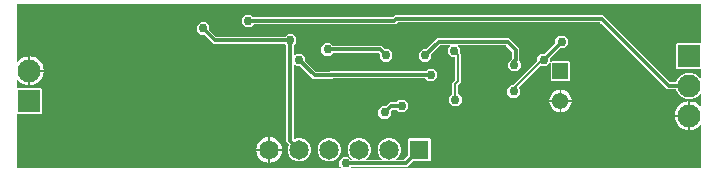
<source format=gbr>
G04 EAGLE Gerber RS-274X export*
G75*
%MOMM*%
%FSLAX34Y34*%
%LPD*%
%INBottom Copper*%
%IPPOS*%
%AMOC8*
5,1,8,0,0,1.08239X$1,22.5*%
G01*
%ADD10C,1.650000*%
%ADD11R,1.650000X1.650000*%
%ADD12C,1.378000*%
%ADD13R,1.378000X1.378000*%
%ADD14R,1.950000X1.950000*%
%ADD15C,1.950000*%
%ADD16C,0.756400*%
%ADD17C,0.203200*%
%ADD18C,0.304800*%

G36*
X283702Y10167D02*
X283702Y10167D01*
X283727Y10164D01*
X283785Y10186D01*
X283845Y10200D01*
X283865Y10217D01*
X283889Y10226D01*
X283931Y10271D01*
X283979Y10310D01*
X283989Y10334D01*
X284007Y10353D01*
X284024Y10412D01*
X284050Y10469D01*
X284049Y10494D01*
X284056Y10519D01*
X284045Y10580D01*
X284043Y10642D01*
X284031Y10664D01*
X284026Y10690D01*
X283978Y10761D01*
X283960Y10794D01*
X283952Y10800D01*
X283945Y10810D01*
X282983Y11772D01*
X282983Y16168D01*
X286092Y19277D01*
X290488Y19277D01*
X292635Y17130D01*
X292699Y17090D01*
X292761Y17046D01*
X292773Y17044D01*
X292782Y17039D01*
X292819Y17035D01*
X292904Y17019D01*
X293360Y17019D01*
X293385Y17025D01*
X293411Y17022D01*
X293468Y17044D01*
X293528Y17058D01*
X293548Y17075D01*
X293572Y17084D01*
X293614Y17129D01*
X293662Y17168D01*
X293673Y17192D01*
X293690Y17211D01*
X293708Y17270D01*
X293733Y17327D01*
X293732Y17352D01*
X293739Y17377D01*
X293729Y17438D01*
X293726Y17500D01*
X293714Y17522D01*
X293710Y17548D01*
X293661Y17619D01*
X293644Y17652D01*
X293636Y17658D01*
X293629Y17668D01*
X291433Y19863D01*
X289945Y23456D01*
X289945Y27344D01*
X291433Y30937D01*
X294183Y33687D01*
X297776Y35175D01*
X301664Y35175D01*
X305257Y33687D01*
X308007Y30937D01*
X309495Y27344D01*
X309495Y23456D01*
X308007Y19863D01*
X305811Y17668D01*
X305798Y17646D01*
X305778Y17630D01*
X305753Y17573D01*
X305720Y17521D01*
X305718Y17495D01*
X305707Y17471D01*
X305709Y17410D01*
X305703Y17348D01*
X305713Y17324D01*
X305714Y17298D01*
X305743Y17244D01*
X305765Y17186D01*
X305784Y17169D01*
X305796Y17146D01*
X305847Y17111D01*
X305892Y17069D01*
X305917Y17061D01*
X305938Y17046D01*
X306023Y17030D01*
X306058Y17019D01*
X306068Y17021D01*
X306080Y17019D01*
X318760Y17019D01*
X318785Y17025D01*
X318811Y17022D01*
X318868Y17044D01*
X318928Y17058D01*
X318948Y17075D01*
X318972Y17084D01*
X319014Y17129D01*
X319062Y17168D01*
X319073Y17192D01*
X319090Y17211D01*
X319108Y17270D01*
X319133Y17327D01*
X319132Y17352D01*
X319139Y17377D01*
X319129Y17438D01*
X319126Y17500D01*
X319114Y17522D01*
X319110Y17548D01*
X319061Y17619D01*
X319044Y17652D01*
X319036Y17658D01*
X319029Y17668D01*
X316833Y19863D01*
X315345Y23456D01*
X315345Y27344D01*
X316833Y30937D01*
X319583Y33687D01*
X323176Y35175D01*
X327064Y35175D01*
X330657Y33687D01*
X333407Y30937D01*
X334895Y27344D01*
X334895Y23456D01*
X333407Y19863D01*
X331211Y17668D01*
X331198Y17646D01*
X331178Y17630D01*
X331153Y17573D01*
X331120Y17521D01*
X331118Y17495D01*
X331107Y17471D01*
X331109Y17410D01*
X331103Y17348D01*
X331113Y17324D01*
X331114Y17298D01*
X331143Y17244D01*
X331165Y17186D01*
X331184Y17169D01*
X331196Y17146D01*
X331247Y17111D01*
X331292Y17069D01*
X331317Y17061D01*
X331338Y17046D01*
X331423Y17030D01*
X331458Y17019D01*
X331468Y17021D01*
X331480Y17019D01*
X337670Y17019D01*
X337744Y17036D01*
X337818Y17049D01*
X337829Y17056D01*
X337838Y17058D01*
X337867Y17082D01*
X337939Y17130D01*
X340634Y19825D01*
X340674Y19890D01*
X340718Y19952D01*
X340720Y19964D01*
X340725Y19973D01*
X340729Y20010D01*
X340745Y20094D01*
X340745Y34282D01*
X341638Y35175D01*
X359402Y35175D01*
X360295Y34282D01*
X360295Y16518D01*
X359402Y15625D01*
X345214Y15625D01*
X345140Y15608D01*
X345066Y15595D01*
X345055Y15588D01*
X345046Y15586D01*
X345017Y15562D01*
X344945Y15514D01*
X340353Y10921D01*
X292904Y10921D01*
X292889Y10918D01*
X292873Y10920D01*
X292742Y10883D01*
X292735Y10882D01*
X292734Y10881D01*
X292671Y10829D01*
X292601Y10772D01*
X292601Y10771D01*
X292600Y10770D01*
X292567Y10695D01*
X292530Y10613D01*
X292530Y10612D01*
X292534Y10527D01*
X292537Y10440D01*
X292537Y10439D01*
X292578Y10364D01*
X292620Y10288D01*
X292621Y10287D01*
X292693Y10236D01*
X292761Y10188D01*
X292762Y10188D01*
X292763Y10188D01*
X292770Y10187D01*
X292904Y10161D01*
X588699Y10161D01*
X588749Y10172D01*
X588800Y10174D01*
X588832Y10192D01*
X588868Y10200D01*
X588907Y10233D01*
X588952Y10257D01*
X588973Y10287D01*
X589001Y10310D01*
X589022Y10357D01*
X589052Y10399D01*
X589060Y10441D01*
X589072Y10469D01*
X589071Y10499D01*
X589079Y10541D01*
X589079Y45889D01*
X589073Y45914D01*
X589076Y45939D01*
X589054Y45997D01*
X589040Y46057D01*
X589023Y46077D01*
X589014Y46101D01*
X588969Y46143D01*
X588930Y46191D01*
X588906Y46201D01*
X588887Y46219D01*
X588828Y46237D01*
X588771Y46262D01*
X588746Y46261D01*
X588721Y46268D01*
X588660Y46258D01*
X588598Y46255D01*
X588576Y46243D01*
X588550Y46238D01*
X588479Y46190D01*
X588446Y46172D01*
X588440Y46164D01*
X588430Y46157D01*
X587127Y44854D01*
X585562Y43717D01*
X583838Y42839D01*
X581998Y42241D01*
X580087Y41938D01*
X579881Y41938D01*
X579881Y53848D01*
X579870Y53898D01*
X579868Y53949D01*
X579850Y53981D01*
X579842Y54017D01*
X579809Y54056D01*
X579785Y54101D01*
X579755Y54122D01*
X579732Y54150D01*
X579685Y54171D01*
X579643Y54200D01*
X579601Y54209D01*
X579573Y54221D01*
X579543Y54220D01*
X579501Y54228D01*
X579119Y54228D01*
X579119Y54230D01*
X579501Y54230D01*
X579551Y54242D01*
X579602Y54243D01*
X579634Y54261D01*
X579670Y54269D01*
X579709Y54302D01*
X579754Y54326D01*
X579775Y54356D01*
X579803Y54380D01*
X579824Y54426D01*
X579854Y54468D01*
X579862Y54510D01*
X579874Y54538D01*
X579873Y54568D01*
X579881Y54610D01*
X579881Y66520D01*
X580087Y66520D01*
X581998Y66217D01*
X583838Y65619D01*
X585562Y64741D01*
X587127Y63604D01*
X588430Y62301D01*
X588452Y62287D01*
X588468Y62267D01*
X588525Y62242D01*
X588577Y62209D01*
X588603Y62207D01*
X588627Y62196D01*
X588688Y62199D01*
X588750Y62193D01*
X588774Y62202D01*
X588800Y62203D01*
X588854Y62232D01*
X588912Y62254D01*
X588929Y62273D01*
X588952Y62286D01*
X588987Y62336D01*
X589029Y62381D01*
X589037Y62406D01*
X589052Y62427D01*
X589068Y62512D01*
X589079Y62548D01*
X589077Y62557D01*
X589079Y62569D01*
X589079Y72725D01*
X589073Y72751D01*
X589076Y72776D01*
X589054Y72834D01*
X589040Y72894D01*
X589023Y72914D01*
X589014Y72938D01*
X588969Y72980D01*
X588930Y73028D01*
X588906Y73038D01*
X588887Y73056D01*
X588828Y73073D01*
X588771Y73099D01*
X588746Y73098D01*
X588721Y73105D01*
X588660Y73094D01*
X588598Y73092D01*
X588576Y73080D01*
X588550Y73075D01*
X588479Y73027D01*
X588446Y73009D01*
X588440Y73001D01*
X588430Y72994D01*
X585507Y70071D01*
X581363Y68354D01*
X576877Y68354D01*
X572733Y70071D01*
X569562Y73242D01*
X568276Y76346D01*
X568239Y76397D01*
X568209Y76453D01*
X568189Y76467D01*
X568175Y76486D01*
X568119Y76516D01*
X568067Y76553D01*
X568041Y76558D01*
X568022Y76568D01*
X567985Y76569D01*
X567925Y76580D01*
X560458Y76580D01*
X503829Y133210D01*
X503764Y133250D01*
X503702Y133294D01*
X503690Y133296D01*
X503681Y133301D01*
X503644Y133305D01*
X503560Y133321D01*
X332601Y133321D01*
X332527Y133304D01*
X332452Y133291D01*
X332442Y133284D01*
X332432Y133282D01*
X332404Y133258D01*
X332332Y133210D01*
X330694Y131571D01*
X210354Y131571D01*
X210280Y131554D01*
X210205Y131541D01*
X210195Y131534D01*
X210185Y131532D01*
X210156Y131508D01*
X210085Y131460D01*
X207938Y129313D01*
X203542Y129313D01*
X200433Y132422D01*
X200433Y136818D01*
X203542Y139927D01*
X207938Y139927D01*
X210085Y137780D01*
X210149Y137740D01*
X210211Y137696D01*
X210223Y137694D01*
X210232Y137689D01*
X210269Y137685D01*
X210354Y137669D01*
X328011Y137669D01*
X328085Y137686D01*
X328159Y137699D01*
X328169Y137706D01*
X328179Y137708D01*
X328208Y137732D01*
X328279Y137780D01*
X329918Y139419D01*
X506243Y139419D01*
X562872Y82789D01*
X562937Y82749D01*
X562999Y82705D01*
X563011Y82703D01*
X563020Y82698D01*
X563057Y82694D01*
X563141Y82678D01*
X567925Y82678D01*
X567987Y82692D01*
X568050Y82699D01*
X568070Y82712D01*
X568094Y82717D01*
X568143Y82758D01*
X568196Y82792D01*
X568211Y82814D01*
X568227Y82827D01*
X568243Y82862D01*
X568276Y82912D01*
X569562Y86016D01*
X572733Y89187D01*
X576877Y90904D01*
X581363Y90904D01*
X585507Y89187D01*
X588430Y86264D01*
X588452Y86250D01*
X588468Y86230D01*
X588525Y86205D01*
X588577Y86172D01*
X588603Y86170D01*
X588627Y86159D01*
X588688Y86162D01*
X588750Y86156D01*
X588774Y86165D01*
X588800Y86166D01*
X588854Y86195D01*
X588912Y86217D01*
X588929Y86236D01*
X588952Y86249D01*
X588987Y86299D01*
X589029Y86344D01*
X589037Y86369D01*
X589052Y86390D01*
X589068Y86475D01*
X589079Y86511D01*
X589077Y86521D01*
X589079Y86533D01*
X589079Y93374D01*
X589068Y93424D01*
X589066Y93475D01*
X589048Y93507D01*
X589040Y93543D01*
X589007Y93582D01*
X588983Y93627D01*
X588953Y93648D01*
X588930Y93676D01*
X588883Y93697D01*
X588841Y93727D01*
X588799Y93735D01*
X588771Y93747D01*
X588741Y93746D01*
X588699Y93754D01*
X568738Y93754D01*
X567845Y94647D01*
X567845Y115411D01*
X568738Y116304D01*
X588699Y116304D01*
X588749Y116315D01*
X588800Y116317D01*
X588832Y116335D01*
X588868Y116343D01*
X588907Y116376D01*
X588952Y116400D01*
X588973Y116430D01*
X589001Y116453D01*
X589022Y116500D01*
X589052Y116542D01*
X589060Y116584D01*
X589072Y116612D01*
X589071Y116642D01*
X589079Y116684D01*
X589079Y148719D01*
X589068Y148769D01*
X589066Y148820D01*
X589048Y148852D01*
X589040Y148888D01*
X589007Y148927D01*
X588983Y148972D01*
X588953Y148993D01*
X588930Y149021D01*
X588883Y149042D01*
X588841Y149072D01*
X588799Y149080D01*
X588771Y149092D01*
X588741Y149091D01*
X588699Y149099D01*
X10541Y149099D01*
X10491Y149088D01*
X10440Y149086D01*
X10408Y149068D01*
X10372Y149060D01*
X10333Y149027D01*
X10288Y149003D01*
X10267Y148973D01*
X10239Y148950D01*
X10218Y148903D01*
X10188Y148861D01*
X10180Y148819D01*
X10168Y148791D01*
X10169Y148761D01*
X10161Y148719D01*
X10161Y100426D01*
X10173Y100373D01*
X10177Y100317D01*
X10193Y100289D01*
X10200Y100258D01*
X10235Y100215D01*
X10263Y100167D01*
X10290Y100149D01*
X10310Y100124D01*
X10361Y100101D01*
X10407Y100071D01*
X10439Y100066D01*
X10469Y100053D01*
X10524Y100055D01*
X10579Y100048D01*
X10609Y100059D01*
X10642Y100060D01*
X10690Y100086D01*
X10743Y100104D01*
X10770Y100129D01*
X10794Y100143D01*
X10813Y100170D01*
X10849Y100203D01*
X10945Y100336D01*
X12313Y101704D01*
X13878Y102841D01*
X15602Y103719D01*
X17442Y104317D01*
X19353Y104620D01*
X19559Y104620D01*
X19559Y92710D01*
X19570Y92660D01*
X19572Y92609D01*
X19590Y92577D01*
X19598Y92541D01*
X19631Y92502D01*
X19655Y92457D01*
X19685Y92436D01*
X19708Y92408D01*
X19755Y92387D01*
X19797Y92358D01*
X19839Y92349D01*
X19867Y92337D01*
X19897Y92338D01*
X19939Y92330D01*
X20321Y92330D01*
X20321Y92328D01*
X19939Y92328D01*
X19889Y92316D01*
X19838Y92315D01*
X19806Y92297D01*
X19770Y92289D01*
X19731Y92256D01*
X19686Y92232D01*
X19665Y92202D01*
X19637Y92178D01*
X19616Y92132D01*
X19586Y92090D01*
X19578Y92048D01*
X19566Y92020D01*
X19567Y91990D01*
X19567Y91989D01*
X19566Y91987D01*
X19566Y91984D01*
X19559Y91948D01*
X19559Y80038D01*
X19353Y80038D01*
X17442Y80341D01*
X15602Y80939D01*
X13878Y81817D01*
X12313Y82954D01*
X10945Y84322D01*
X10849Y84455D01*
X10807Y84491D01*
X10772Y84534D01*
X10742Y84547D01*
X10718Y84568D01*
X10664Y84582D01*
X10613Y84605D01*
X10581Y84604D01*
X10550Y84612D01*
X10496Y84600D01*
X10440Y84598D01*
X10412Y84583D01*
X10380Y84576D01*
X10337Y84542D01*
X10288Y84515D01*
X10269Y84489D01*
X10244Y84469D01*
X10220Y84419D01*
X10188Y84374D01*
X10181Y84337D01*
X10169Y84313D01*
X10170Y84279D01*
X10161Y84232D01*
X10161Y78584D01*
X10172Y78534D01*
X10174Y78483D01*
X10192Y78451D01*
X10200Y78415D01*
X10233Y78376D01*
X10257Y78331D01*
X10287Y78310D01*
X10310Y78282D01*
X10357Y78261D01*
X10399Y78231D01*
X10441Y78223D01*
X10469Y78211D01*
X10499Y78212D01*
X10541Y78204D01*
X30702Y78204D01*
X31595Y77311D01*
X31595Y56547D01*
X30702Y55654D01*
X10541Y55654D01*
X10491Y55643D01*
X10440Y55641D01*
X10408Y55623D01*
X10372Y55615D01*
X10333Y55582D01*
X10288Y55558D01*
X10267Y55528D01*
X10239Y55505D01*
X10218Y55458D01*
X10188Y55416D01*
X10180Y55374D01*
X10168Y55346D01*
X10169Y55316D01*
X10161Y55274D01*
X10161Y10541D01*
X10172Y10491D01*
X10174Y10440D01*
X10192Y10408D01*
X10200Y10372D01*
X10233Y10333D01*
X10257Y10288D01*
X10287Y10267D01*
X10310Y10239D01*
X10357Y10218D01*
X10399Y10188D01*
X10441Y10180D01*
X10469Y10168D01*
X10499Y10169D01*
X10541Y10161D01*
X283676Y10161D01*
X283702Y10167D01*
G37*
%LPC*%
G36*
X246976Y15625D02*
X246976Y15625D01*
X243383Y17113D01*
X240633Y19863D01*
X239145Y23456D01*
X239145Y27344D01*
X240079Y29598D01*
X240089Y29660D01*
X240107Y29721D01*
X240103Y29745D01*
X240107Y29769D01*
X240088Y29830D01*
X240077Y29892D01*
X240062Y29914D01*
X240056Y29934D01*
X240030Y29962D01*
X239996Y30012D01*
X238251Y31757D01*
X238251Y113496D01*
X238234Y113570D01*
X238221Y113645D01*
X238214Y113655D01*
X238212Y113665D01*
X238188Y113694D01*
X238140Y113765D01*
X236955Y114950D01*
X236891Y114990D01*
X236829Y115034D01*
X236817Y115036D01*
X236808Y115041D01*
X236771Y115045D01*
X236686Y115061D01*
X176537Y115061D01*
X168747Y122852D01*
X168682Y122892D01*
X168620Y122936D01*
X168608Y122938D01*
X168599Y122943D01*
X168562Y122947D01*
X168478Y122963D01*
X165442Y122963D01*
X162333Y126072D01*
X162333Y130468D01*
X165442Y133577D01*
X169838Y133577D01*
X172947Y130468D01*
X172947Y127432D01*
X172964Y127358D01*
X172977Y127284D01*
X172984Y127273D01*
X172986Y127264D01*
X173010Y127235D01*
X173058Y127163D01*
X178951Y121270D01*
X179016Y121230D01*
X179078Y121186D01*
X179090Y121184D01*
X179099Y121179D01*
X179136Y121175D01*
X179220Y121159D01*
X236686Y121159D01*
X236760Y121176D01*
X236835Y121189D01*
X236845Y121196D01*
X236855Y121198D01*
X236884Y121222D01*
X236955Y121270D01*
X239102Y123417D01*
X243498Y123417D01*
X246607Y120308D01*
X246607Y115912D01*
X244460Y113765D01*
X244420Y113701D01*
X244376Y113639D01*
X244374Y113627D01*
X244369Y113618D01*
X244365Y113581D01*
X244349Y113496D01*
X244349Y105452D01*
X244355Y105426D01*
X244352Y105401D01*
X244374Y105343D01*
X244388Y105283D01*
X244405Y105263D01*
X244414Y105239D01*
X244459Y105197D01*
X244498Y105149D01*
X244522Y105139D01*
X244541Y105121D01*
X244600Y105104D01*
X244657Y105078D01*
X244682Y105079D01*
X244707Y105072D01*
X244768Y105083D01*
X244830Y105085D01*
X244852Y105097D01*
X244878Y105102D01*
X244949Y105150D01*
X244982Y105168D01*
X244988Y105176D01*
X244998Y105183D01*
X246722Y106907D01*
X251118Y106907D01*
X254227Y103798D01*
X254227Y100762D01*
X254244Y100688D01*
X254257Y100614D01*
X254264Y100603D01*
X254266Y100594D01*
X254290Y100565D01*
X254338Y100493D01*
X263251Y91580D01*
X263316Y91540D01*
X263378Y91496D01*
X263390Y91494D01*
X263399Y91489D01*
X263436Y91485D01*
X263520Y91469D01*
X274459Y91469D01*
X274533Y91486D01*
X274608Y91499D01*
X274618Y91506D01*
X274628Y91508D01*
X274656Y91532D01*
X274728Y91580D01*
X275096Y91949D01*
X355868Y91949D01*
X355942Y91966D01*
X356017Y91979D01*
X356027Y91986D01*
X356037Y91988D01*
X356066Y92012D01*
X356137Y92060D01*
X358284Y94207D01*
X362680Y94207D01*
X365789Y91098D01*
X365789Y86702D01*
X362680Y83593D01*
X358284Y83593D01*
X356137Y85740D01*
X356073Y85780D01*
X356011Y85824D01*
X355999Y85826D01*
X355990Y85831D01*
X355953Y85835D01*
X355868Y85851D01*
X277779Y85851D01*
X277705Y85834D01*
X277631Y85821D01*
X277621Y85814D01*
X277611Y85812D01*
X277582Y85788D01*
X277511Y85740D01*
X277142Y85371D01*
X260837Y85371D01*
X250027Y96182D01*
X249962Y96222D01*
X249900Y96266D01*
X249888Y96268D01*
X249879Y96273D01*
X249842Y96277D01*
X249758Y96293D01*
X246722Y96293D01*
X244998Y98017D01*
X244976Y98031D01*
X244960Y98051D01*
X244903Y98076D01*
X244851Y98109D01*
X244825Y98111D01*
X244801Y98122D01*
X244740Y98119D01*
X244678Y98125D01*
X244654Y98116D01*
X244628Y98115D01*
X244574Y98086D01*
X244516Y98064D01*
X244499Y98045D01*
X244476Y98032D01*
X244441Y97982D01*
X244399Y97937D01*
X244391Y97912D01*
X244376Y97891D01*
X244360Y97806D01*
X244349Y97770D01*
X244351Y97760D01*
X244349Y97748D01*
X244349Y34656D01*
X244358Y34618D01*
X244356Y34580D01*
X244377Y34535D01*
X244388Y34487D01*
X244413Y34457D01*
X244429Y34422D01*
X244467Y34391D01*
X244498Y34353D01*
X244534Y34338D01*
X244563Y34313D01*
X244611Y34303D01*
X244657Y34282D01*
X244695Y34284D01*
X244733Y34275D01*
X244792Y34288D01*
X244830Y34289D01*
X244848Y34299D01*
X244875Y34304D01*
X246976Y35175D01*
X250864Y35175D01*
X254457Y33687D01*
X257207Y30937D01*
X258695Y27344D01*
X258695Y23456D01*
X257207Y19863D01*
X254457Y17113D01*
X250864Y15625D01*
X246976Y15625D01*
G37*
%LPD*%
%LPC*%
G36*
X378948Y62597D02*
X378948Y62597D01*
X375839Y65706D01*
X375839Y70102D01*
X378494Y72757D01*
X378534Y72822D01*
X378578Y72883D01*
X378580Y72896D01*
X378585Y72904D01*
X378589Y72941D01*
X378605Y73026D01*
X378605Y82428D01*
X380205Y84027D01*
X380860Y84682D01*
X380900Y84747D01*
X380944Y84809D01*
X380946Y84821D01*
X380951Y84830D01*
X380955Y84867D01*
X380971Y84951D01*
X380971Y103341D01*
X380960Y103391D01*
X380958Y103442D01*
X380940Y103474D01*
X380932Y103510D01*
X380899Y103549D01*
X380875Y103594D01*
X380845Y103615D01*
X380822Y103644D01*
X380775Y103664D01*
X380733Y103694D01*
X380691Y103702D01*
X380663Y103714D01*
X380633Y103713D01*
X380591Y103721D01*
X377954Y103721D01*
X374845Y106830D01*
X374845Y111226D01*
X376761Y113142D01*
X376775Y113164D01*
X376795Y113180D01*
X376820Y113237D01*
X376852Y113289D01*
X376855Y113315D01*
X376866Y113339D01*
X376863Y113400D01*
X376869Y113462D01*
X376860Y113486D01*
X376859Y113512D01*
X376829Y113566D01*
X376807Y113624D01*
X376788Y113641D01*
X376776Y113664D01*
X376726Y113699D01*
X376680Y113741D01*
X376656Y113749D01*
X376634Y113764D01*
X376550Y113780D01*
X376514Y113791D01*
X376504Y113789D01*
X376492Y113791D01*
X368450Y113791D01*
X368376Y113774D01*
X368302Y113761D01*
X368291Y113754D01*
X368282Y113752D01*
X368253Y113728D01*
X368181Y113680D01*
X361018Y106517D01*
X360978Y106452D01*
X360934Y106390D01*
X360932Y106378D01*
X360927Y106369D01*
X360923Y106332D01*
X360907Y106248D01*
X360907Y103212D01*
X357798Y100103D01*
X353402Y100103D01*
X350293Y103212D01*
X350293Y107608D01*
X353402Y110717D01*
X356438Y110717D01*
X356512Y110734D01*
X356586Y110747D01*
X356597Y110754D01*
X356606Y110756D01*
X356635Y110780D01*
X356707Y110828D01*
X365767Y119889D01*
X426713Y119889D01*
X435499Y111103D01*
X435499Y100484D01*
X435516Y100410D01*
X435529Y100335D01*
X435536Y100325D01*
X435538Y100315D01*
X435562Y100286D01*
X435610Y100215D01*
X436548Y99277D01*
X436548Y94881D01*
X433439Y91772D01*
X429043Y91772D01*
X425934Y94881D01*
X425934Y99277D01*
X429154Y102497D01*
X429290Y102632D01*
X429330Y102697D01*
X429374Y102759D01*
X429376Y102771D01*
X429381Y102779D01*
X429385Y102816D01*
X429401Y102901D01*
X429401Y108420D01*
X429384Y108494D01*
X429371Y108568D01*
X429364Y108579D01*
X429362Y108588D01*
X429338Y108617D01*
X429290Y108689D01*
X424299Y113680D01*
X424234Y113720D01*
X424172Y113764D01*
X424160Y113766D01*
X424151Y113771D01*
X424114Y113775D01*
X424030Y113791D01*
X383812Y113791D01*
X383787Y113785D01*
X383761Y113788D01*
X383703Y113766D01*
X383643Y113752D01*
X383623Y113735D01*
X383599Y113726D01*
X383557Y113681D01*
X383509Y113642D01*
X383499Y113618D01*
X383481Y113599D01*
X383464Y113540D01*
X383438Y113483D01*
X383439Y113458D01*
X383432Y113433D01*
X383443Y113372D01*
X383445Y113310D01*
X383457Y113288D01*
X383462Y113262D01*
X383510Y113191D01*
X383528Y113158D01*
X383536Y113152D01*
X383543Y113142D01*
X385459Y111226D01*
X385459Y107472D01*
X385472Y107416D01*
X385472Y107404D01*
X385476Y107397D01*
X385489Y107323D01*
X385496Y107313D01*
X385498Y107303D01*
X385522Y107275D01*
X385570Y107203D01*
X386053Y106721D01*
X386053Y82689D01*
X384453Y81089D01*
X383798Y80434D01*
X383758Y80370D01*
X383714Y80308D01*
X383712Y80296D01*
X383707Y80287D01*
X383703Y80250D01*
X383687Y80165D01*
X383687Y73026D01*
X383704Y72952D01*
X383717Y72877D01*
X383724Y72867D01*
X383726Y72857D01*
X383750Y72828D01*
X383798Y72757D01*
X386453Y70102D01*
X386453Y65706D01*
X383344Y62597D01*
X378948Y62597D01*
G37*
%LPD*%
%LPC*%
G36*
X428332Y69623D02*
X428332Y69623D01*
X425223Y72732D01*
X425223Y77128D01*
X428332Y80237D01*
X429546Y80237D01*
X429620Y80254D01*
X429695Y80267D01*
X429705Y80274D01*
X429715Y80276D01*
X429744Y80300D01*
X429815Y80348D01*
X450512Y101045D01*
X450552Y101110D01*
X450596Y101172D01*
X450598Y101184D01*
X450603Y101192D01*
X450607Y101229D01*
X450623Y101314D01*
X450623Y103798D01*
X453732Y106907D01*
X456768Y106907D01*
X456842Y106924D01*
X456916Y106937D01*
X456927Y106944D01*
X456936Y106946D01*
X456965Y106970D01*
X457037Y107018D01*
X465803Y115784D01*
X465843Y115849D01*
X465886Y115911D01*
X465889Y115923D01*
X465894Y115931D01*
X465898Y115968D01*
X465914Y116053D01*
X465914Y119089D01*
X469023Y122197D01*
X473419Y122197D01*
X476527Y119089D01*
X476527Y114693D01*
X473419Y111584D01*
X470383Y111584D01*
X470309Y111567D01*
X470234Y111554D01*
X470224Y111547D01*
X470214Y111544D01*
X470185Y111521D01*
X470114Y111473D01*
X461348Y102707D01*
X461308Y102642D01*
X461264Y102580D01*
X461262Y102568D01*
X461257Y102559D01*
X461253Y102522D01*
X461237Y102438D01*
X461237Y100200D01*
X461243Y100175D01*
X461240Y100149D01*
X461262Y100091D01*
X461276Y100031D01*
X461293Y100011D01*
X461302Y99987D01*
X461347Y99945D01*
X461386Y99898D01*
X461410Y99887D01*
X461429Y99870D01*
X461488Y99852D01*
X461545Y99827D01*
X461570Y99828D01*
X461595Y99820D01*
X461656Y99831D01*
X461718Y99833D01*
X461740Y99846D01*
X461766Y99850D01*
X461837Y99898D01*
X461870Y99916D01*
X461876Y99924D01*
X461886Y99931D01*
X462698Y100744D01*
X477742Y100744D01*
X478635Y99851D01*
X478635Y84807D01*
X477742Y83914D01*
X462698Y83914D01*
X461805Y84807D01*
X461805Y99052D01*
X461799Y99078D01*
X461802Y99103D01*
X461780Y99161D01*
X461766Y99221D01*
X461749Y99241D01*
X461740Y99265D01*
X461695Y99307D01*
X461656Y99355D01*
X461632Y99365D01*
X461613Y99383D01*
X461554Y99400D01*
X461497Y99426D01*
X461472Y99425D01*
X461447Y99432D01*
X461386Y99421D01*
X461324Y99419D01*
X461302Y99407D01*
X461276Y99402D01*
X461205Y99354D01*
X461172Y99336D01*
X461166Y99328D01*
X461156Y99321D01*
X458128Y96293D01*
X453732Y96293D01*
X453608Y96417D01*
X453565Y96444D01*
X453527Y96479D01*
X453492Y96489D01*
X453461Y96508D01*
X453410Y96513D01*
X453361Y96528D01*
X453325Y96522D01*
X453288Y96525D01*
X453241Y96507D01*
X453190Y96498D01*
X453155Y96474D01*
X453126Y96463D01*
X453106Y96441D01*
X453070Y96417D01*
X435078Y78425D01*
X435051Y78381D01*
X435016Y78344D01*
X435006Y78309D01*
X434987Y78278D01*
X434982Y78227D01*
X434967Y78178D01*
X434973Y78142D01*
X434970Y78105D01*
X434988Y78057D01*
X434997Y78007D01*
X435021Y77972D01*
X435032Y77943D01*
X435054Y77922D01*
X435078Y77887D01*
X435837Y77128D01*
X435837Y72732D01*
X432728Y69623D01*
X428332Y69623D01*
G37*
%LPD*%
%LPC*%
G36*
X320382Y100103D02*
X320382Y100103D01*
X317273Y103212D01*
X317273Y106248D01*
X317256Y106322D01*
X317243Y106396D01*
X317236Y106407D01*
X317234Y106416D01*
X317210Y106445D01*
X317162Y106517D01*
X316349Y107330D01*
X316284Y107370D01*
X316222Y107414D01*
X316210Y107416D01*
X316201Y107421D01*
X316164Y107425D01*
X316080Y107441D01*
X277664Y107441D01*
X277590Y107424D01*
X277515Y107411D01*
X277505Y107404D01*
X277495Y107402D01*
X277466Y107378D01*
X277395Y107330D01*
X275248Y105183D01*
X270852Y105183D01*
X267743Y108292D01*
X267743Y112688D01*
X270852Y115797D01*
X275248Y115797D01*
X277395Y113650D01*
X277459Y113610D01*
X277521Y113566D01*
X277533Y113564D01*
X277542Y113559D01*
X277579Y113555D01*
X277664Y113539D01*
X318763Y113539D01*
X321473Y110828D01*
X321538Y110788D01*
X321600Y110744D01*
X321612Y110742D01*
X321621Y110737D01*
X321658Y110733D01*
X321742Y110717D01*
X324778Y110717D01*
X327887Y107608D01*
X327887Y103212D01*
X324778Y100103D01*
X320382Y100103D01*
G37*
%LPD*%
%LPC*%
G36*
X272376Y15625D02*
X272376Y15625D01*
X268783Y17113D01*
X266033Y19863D01*
X264545Y23456D01*
X264545Y27344D01*
X266033Y30937D01*
X268783Y33687D01*
X272376Y35175D01*
X276264Y35175D01*
X279857Y33687D01*
X282607Y30937D01*
X284095Y27344D01*
X284095Y23456D01*
X282607Y19863D01*
X279857Y17113D01*
X276264Y15625D01*
X272376Y15625D01*
G37*
%LPD*%
%LPC*%
G36*
X319112Y51843D02*
X319112Y51843D01*
X316003Y54952D01*
X316003Y59348D01*
X319112Y62457D01*
X322148Y62457D01*
X322222Y62474D01*
X322296Y62487D01*
X322307Y62494D01*
X322316Y62496D01*
X322345Y62520D01*
X322417Y62568D01*
X325512Y65663D01*
X331051Y65663D01*
X331125Y65681D01*
X331200Y65694D01*
X331210Y65700D01*
X331220Y65703D01*
X331248Y65727D01*
X331320Y65775D01*
X333466Y67921D01*
X337863Y67921D01*
X340971Y64813D01*
X340971Y60416D01*
X337863Y57308D01*
X333466Y57308D01*
X331320Y59454D01*
X331255Y59495D01*
X331193Y59538D01*
X331181Y59541D01*
X331173Y59546D01*
X331136Y59549D01*
X331051Y59566D01*
X328195Y59566D01*
X328121Y59549D01*
X328046Y59536D01*
X328036Y59529D01*
X328026Y59526D01*
X327997Y59503D01*
X327926Y59454D01*
X326728Y58257D01*
X326688Y58192D01*
X326644Y58130D01*
X326642Y58118D01*
X326637Y58109D01*
X326633Y58072D01*
X326617Y57988D01*
X326617Y54952D01*
X323508Y51843D01*
X319112Y51843D01*
G37*
%LPD*%
%LPC*%
G36*
X21081Y93090D02*
X21081Y93090D01*
X21081Y104620D01*
X21287Y104620D01*
X23198Y104317D01*
X25038Y103719D01*
X26762Y102841D01*
X28327Y101704D01*
X29695Y100336D01*
X30832Y98771D01*
X31710Y97047D01*
X32308Y95207D01*
X32611Y93296D01*
X32611Y93090D01*
X21081Y93090D01*
G37*
%LPD*%
%LPC*%
G36*
X21081Y80038D02*
X21081Y80038D01*
X21081Y91568D01*
X32611Y91568D01*
X32611Y91362D01*
X32308Y89451D01*
X31710Y87611D01*
X30832Y85887D01*
X29695Y84322D01*
X28327Y82954D01*
X26762Y81817D01*
X25038Y80939D01*
X23198Y80341D01*
X21287Y80038D01*
X21081Y80038D01*
G37*
%LPD*%
%LPC*%
G36*
X566829Y54990D02*
X566829Y54990D01*
X566829Y55196D01*
X567132Y57107D01*
X567730Y58947D01*
X568608Y60671D01*
X569745Y62236D01*
X571113Y63604D01*
X572678Y64741D01*
X574402Y65619D01*
X576242Y66217D01*
X578153Y66520D01*
X578359Y66520D01*
X578359Y54990D01*
X566829Y54990D01*
G37*
%LPD*%
%LPC*%
G36*
X578153Y41938D02*
X578153Y41938D01*
X576242Y42241D01*
X574402Y42839D01*
X572678Y43717D01*
X571113Y44854D01*
X569745Y46222D01*
X568608Y47787D01*
X567730Y49511D01*
X567132Y51351D01*
X566829Y53262D01*
X566829Y53468D01*
X578359Y53468D01*
X578359Y41938D01*
X578153Y41938D01*
G37*
%LPD*%
%LPC*%
G36*
X224281Y26161D02*
X224281Y26161D01*
X224281Y36191D01*
X224369Y36191D01*
X226047Y35925D01*
X227662Y35400D01*
X229176Y34629D01*
X230550Y33631D01*
X231751Y32430D01*
X232749Y31056D01*
X233520Y29542D01*
X234045Y27927D01*
X234311Y26249D01*
X234311Y26161D01*
X224281Y26161D01*
G37*
%LPD*%
%LPC*%
G36*
X212729Y26161D02*
X212729Y26161D01*
X212729Y26249D01*
X212995Y27927D01*
X213520Y29542D01*
X214291Y31056D01*
X215289Y32430D01*
X216490Y33631D01*
X217864Y34629D01*
X219378Y35400D01*
X220993Y35925D01*
X222671Y36191D01*
X222759Y36191D01*
X222759Y26161D01*
X212729Y26161D01*
G37*
%LPD*%
%LPC*%
G36*
X224281Y14609D02*
X224281Y14609D01*
X224281Y24639D01*
X234311Y24639D01*
X234311Y24551D01*
X234045Y22873D01*
X233520Y21258D01*
X232749Y19744D01*
X231751Y18370D01*
X230550Y17169D01*
X229176Y16171D01*
X227662Y15400D01*
X226047Y14875D01*
X224369Y14609D01*
X224281Y14609D01*
G37*
%LPD*%
%LPC*%
G36*
X222671Y14609D02*
X222671Y14609D01*
X220993Y14875D01*
X219378Y15400D01*
X217864Y16171D01*
X216490Y17169D01*
X215289Y18370D01*
X214291Y19744D01*
X213520Y21258D01*
X212995Y22873D01*
X212729Y24551D01*
X212729Y24639D01*
X222759Y24639D01*
X222759Y14609D01*
X222671Y14609D01*
G37*
%LPD*%
%LPC*%
G36*
X470981Y67690D02*
X470981Y67690D01*
X470981Y76360D01*
X471149Y76360D01*
X472971Y75997D01*
X474687Y75286D01*
X476232Y74254D01*
X477545Y72941D01*
X478577Y71396D01*
X479288Y69680D01*
X479651Y67858D01*
X479651Y67690D01*
X470981Y67690D01*
G37*
%LPD*%
%LPC*%
G36*
X470981Y57498D02*
X470981Y57498D01*
X470981Y66168D01*
X479651Y66168D01*
X479651Y66000D01*
X479601Y65750D01*
X479525Y65370D01*
X479525Y65369D01*
X479374Y64609D01*
X479298Y64229D01*
X479288Y64178D01*
X478577Y62462D01*
X477545Y60917D01*
X476232Y59604D01*
X474687Y58572D01*
X472971Y57861D01*
X471149Y57498D01*
X470981Y57498D01*
G37*
%LPD*%
%LPC*%
G36*
X460789Y67690D02*
X460789Y67690D01*
X460789Y67858D01*
X460871Y68266D01*
X460871Y68267D01*
X460946Y68647D01*
X461097Y69407D01*
X461152Y69680D01*
X461863Y71396D01*
X462895Y72941D01*
X464208Y74254D01*
X465753Y75286D01*
X467469Y75997D01*
X469291Y76360D01*
X469459Y76360D01*
X469459Y67690D01*
X460789Y67690D01*
G37*
%LPD*%
%LPC*%
G36*
X469291Y57498D02*
X469291Y57498D01*
X467469Y57861D01*
X465753Y58572D01*
X464208Y59604D01*
X462895Y60917D01*
X461863Y62462D01*
X461152Y64178D01*
X460789Y66000D01*
X460789Y66168D01*
X469459Y66168D01*
X469459Y57498D01*
X469291Y57498D01*
G37*
%LPD*%
%LPC*%
G36*
X470219Y66928D02*
X470219Y66928D01*
X470219Y66930D01*
X470221Y66930D01*
X470221Y66928D01*
X470219Y66928D01*
G37*
%LPD*%
%LPC*%
G36*
X223519Y25399D02*
X223519Y25399D01*
X223519Y25401D01*
X223521Y25401D01*
X223521Y25399D01*
X223519Y25399D01*
G37*
%LPD*%
D10*
X325120Y25400D03*
X299720Y25400D03*
D11*
X350520Y25400D03*
D10*
X274320Y25400D03*
X248920Y25400D03*
X223520Y25400D03*
D12*
X470220Y66929D03*
D13*
X470220Y92329D03*
D14*
X20320Y66929D03*
D15*
X20320Y92329D03*
D14*
X579120Y105029D03*
D15*
X579120Y79629D03*
X579120Y54229D03*
D16*
X153670Y81280D03*
X190500Y29210D03*
X217170Y86360D03*
X217170Y102870D03*
X273050Y95250D03*
X364490Y45720D03*
X93980Y57150D03*
X76200Y128270D03*
X138430Y40640D03*
X397510Y92710D03*
X405130Y86360D03*
X397510Y80010D03*
X369570Y86360D03*
X425620Y104310D03*
X449580Y86360D03*
X374650Y26670D03*
X443230Y44450D03*
X334010Y129540D03*
X430530Y74930D03*
X455930Y101600D03*
D17*
X454660Y101600D01*
X430530Y77470D01*
X430530Y74930D01*
D16*
X471221Y116891D03*
D18*
X455930Y101600D01*
D16*
X241300Y118110D03*
D18*
X177800Y118110D01*
X167640Y128270D01*
D16*
X167640Y128270D03*
D18*
X241300Y118110D02*
X241300Y33020D01*
X248920Y25400D01*
X339090Y13970D02*
X350520Y25400D01*
X339090Y13970D02*
X288290Y13970D01*
D16*
X288290Y13970D03*
X273050Y110490D03*
X431241Y97079D03*
D18*
X317500Y110490D02*
X273050Y110490D01*
X317500Y110490D02*
X322580Y105410D01*
D16*
X322580Y105410D03*
X355600Y105410D03*
D18*
X367030Y116840D01*
X431241Y100272D02*
X432450Y101481D01*
X431241Y100272D02*
X431241Y97079D01*
X432450Y101481D02*
X432450Y109840D01*
X425450Y116840D02*
X367030Y116840D01*
X425450Y116840D02*
X432450Y109840D01*
D16*
X321310Y57150D03*
D18*
X326775Y62615D01*
X335665Y62615D01*
D16*
X335665Y62615D03*
X205740Y134620D03*
D18*
X329431Y134620D01*
X331181Y136370D01*
X504980Y136370D01*
X561721Y79629D02*
X579120Y79629D01*
X561721Y79629D02*
X504980Y136370D01*
D16*
X360482Y88900D03*
X248920Y101600D03*
D18*
X275879Y88420D02*
X276359Y88900D01*
X360482Y88900D01*
X275879Y88420D02*
X262100Y88420D01*
X248920Y101600D01*
D16*
X381146Y67904D03*
X380152Y109028D03*
D17*
X383512Y83741D02*
X381146Y81375D01*
X381146Y67904D01*
X383512Y105668D02*
X380152Y109028D01*
X383512Y105668D02*
X383512Y83741D01*
M02*

</source>
